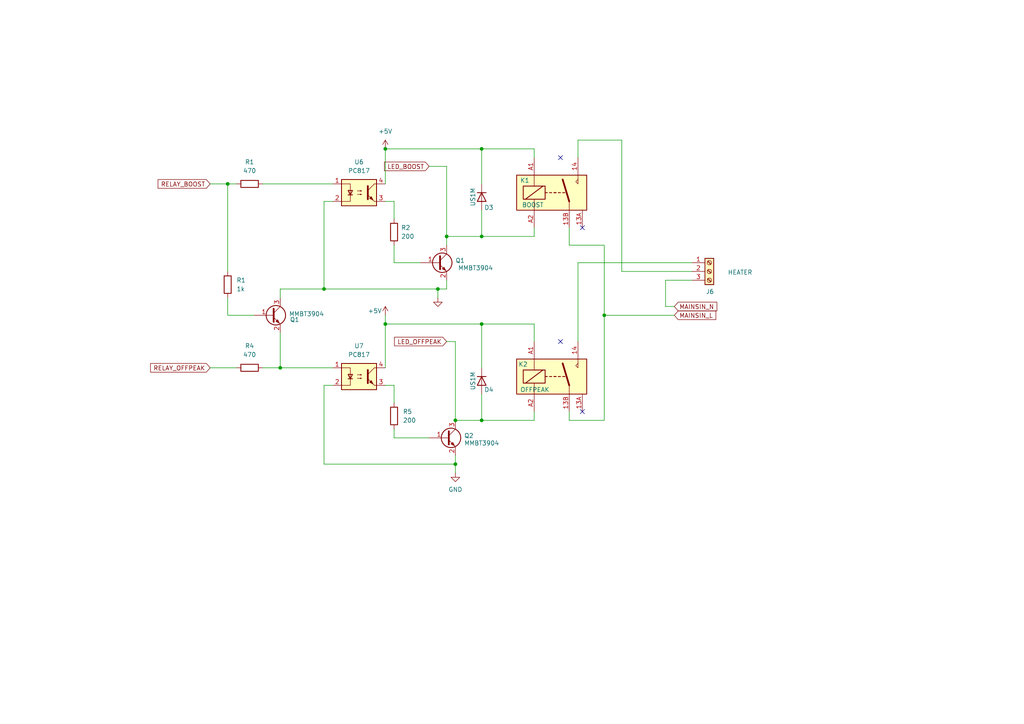
<source format=kicad_sch>
(kicad_sch (version 20230121) (generator eeschema)
  (paper "A4")
  (lib_symbols
    (symbol "Connector:Screw_Terminal_01x03" (pin_names (offset 1.016) hide)
      (property "Reference" "J" (at 0 5.08 0))
      (property "Value" "Screw_Terminal_01x03" (at 0 -5.08 0))
      (symbol "Screw_Terminal_01x03_1_1"
        (rectangle (start -1.27 3.81) (end 1.27 -3.81) (stroke (width 0.254)) (fill (type background)))
        (circle (center 0 -2.54) (radius 0.635) (stroke (width 0.1524)))
        (polyline (pts (xy -0.5334 -2.2098) (xy 0.3302 -3.048)) (stroke (width 0.1524)))
        (polyline (pts (xy -0.5334 0.3302) (xy 0.3302 -0.508)) (stroke (width 0.1524)))
        (polyline (pts (xy -0.5334 2.8702) (xy 0.3302 2.032)) (stroke (width 0.1524)))
        (polyline (pts (xy -0.3556 -2.032) (xy 0.508 -2.8702)) (stroke (width 0.1524)))
        (polyline (pts (xy -0.3556 0.508) (xy 0.508 -0.3302)) (stroke (width 0.1524)))
        (polyline (pts (xy -0.3556 3.048) (xy 0.508 2.2098)) (stroke (width 0.1524)))
        (circle (center 0 0) (radius 0.635) (stroke (width 0.1524)))
        (circle (center 0 2.54) (radius 0.635) (stroke (width 0.1524)))
        (pin passive line (at -5.08 2.54 0) (length 3.81) (name "Pin_1") (number "1"))
        (pin passive line (at -5.08 0 0) (length 3.81) (name "Pin_2") (number "2"))
        (pin passive line (at -5.08 -2.54 0) (length 3.81) (name "Pin_3") (number "3"))
      )
    )
    (symbol "Device:R" (pin_numbers hide) (pin_names (offset 0))
      (property "Reference" "R" (at 2.032 0 90))
      (property "Value" "R" (at 0 0 90))
      (symbol "R_0_1"
        (rectangle (start -1.016 -2.54) (end 1.016 2.54) (stroke (width 0.254)))
      )
      (symbol "R_1_1"
        (pin passive line (at 0 3.81 270) (length 1.27) (name "~") (number "1"))
        (pin passive line (at 0 -3.81 90) (length 1.27) (name "~") (number "2"))
      )
    )
    (symbol "Diode:US1M" (pin_numbers hide) (pin_names hide)
      (property "Reference" "D" (at 0 2.54 0))
      (property "Value" "US1M" (at 0 -2.54 0))
      (symbol "US1M_0_1"
        (polyline (pts (xy -1.27 1.27) (xy -1.27 -1.27)) (stroke (width 0.254)))
        (polyline (pts (xy 1.27 0) (xy -1.27 0)))
        (polyline (pts (xy 1.27 1.27) (xy 1.27 -1.27) (xy -1.27 0) (xy 1.27 1.27)) (stroke (width 0.254)))
      )
      (symbol "US1M_1_1"
        (pin passive line (at -3.81 0 0) (length 2.54) (name "K") (number "1"))
        (pin passive line (at 3.81 0 180) (length 2.54) (name "A") (number "2"))
      )
    )
    (symbol "Isolator:PC817" (pin_names (offset 1.016))
      (property "Reference" "U" (at -5.08 5.08 0))
      (property "Value" "PC817" (at 0 5.08 0))
      (symbol "PC817_0_1"
        (rectangle (start -5.08 3.81) (end 5.08 -3.81) (stroke (width 0.254)) (fill (type background)))
        (polyline (pts (xy -3.175 -0.635) (xy -1.905 -0.635)) (stroke (width 0.254)))
        (polyline (pts (xy 2.54 0.635) (xy 4.445 2.54)))
        (polyline (pts (xy 4.445 -2.54) (xy 2.54 -0.635)) (fill (type outline)))
        (polyline (pts (xy 4.445 -2.54) (xy 5.08 -2.54)))
        (polyline (pts (xy 4.445 2.54) (xy 5.08 2.54)))
        (polyline (pts (xy -5.08 2.54) (xy -2.54 2.54) (xy -2.54 -0.635)))
        (polyline (pts (xy -2.54 -0.635) (xy -2.54 -2.54) (xy -5.08 -2.54)))
        (polyline (pts (xy 2.54 1.905) (xy 2.54 -1.905) (xy 2.54 -1.905)) (stroke (width 0.508)))
        (polyline (pts (xy -2.54 -0.635) (xy -3.175 0.635) (xy -1.905 0.635) (xy -2.54 -0.635)) (stroke (width 0.254)))
        (polyline (pts (xy -0.508 -0.508) (xy 0.762 -0.508) (xy 0.381 -0.635) (xy 0.381 -0.381) (xy 0.762 -0.508)))
        (polyline (pts (xy -0.508 0.508) (xy 0.762 0.508) (xy 0.381 0.381) (xy 0.381 0.635) (xy 0.762 0.508)))
        (polyline (pts (xy 3.048 -1.651) (xy 3.556 -1.143) (xy 4.064 -2.159) (xy 3.048 -1.651) (xy 3.048 -1.651)) (fill (type outline)))
      )
      (symbol "PC817_1_1"
        (pin passive line (at -7.62 2.54 0) (length 2.54) (name "~") (number "1"))
        (pin passive line (at -7.62 -2.54 0) (length 2.54) (name "~") (number "2"))
        (pin passive line (at 7.62 -2.54 180) (length 2.54) (name "~") (number "3"))
        (pin passive line (at 7.62 2.54 180) (length 2.54) (name "~") (number "4"))
      )
    )
    (symbol "RAYEX-L90A_1"
      (property "Reference" "K2" (at -9.652 3.556 0))
      (property "Value" "HEATER-BOTTOM" (at -9.144 -3.81 0))
      (symbol "RAYEX-L90A_1_1_0"
        (polyline (pts (xy 7.62 3.81) (xy 7.62 5.08)))
        (polyline (pts (xy 7.62 3.81) (xy 7.62 2.54) (xy 6.985 3.175) (xy 7.62 3.81)))
      )
      (symbol "RAYEX-L90A_1_1_1"
        (rectangle (start -10.16 5.08) (end 10.16 -5.08) (stroke (width 0.254)) (fill (type background)))
        (rectangle (start -8.255 1.905) (end -1.905 -1.905) (stroke (width 0.254)))
        (polyline (pts (xy -7.62 -1.905) (xy -2.54 1.905)) (stroke (width 0.254)))
        (polyline (pts (xy -5.08 -5.08) (xy -5.08 -1.905)))
        (polyline (pts (xy -5.08 5.08) (xy -5.08 1.905)))
        (polyline (pts (xy -1.905 0) (xy -1.27 0)) (stroke (width 0.254)))
        (polyline (pts (xy -0.635 0) (xy 0 0)) (stroke (width 0.254)))
        (polyline (pts (xy 0.635 0) (xy 1.27 0)) (stroke (width 0.254)))
        (polyline (pts (xy 0.635 0) (xy 1.27 0)) (stroke (width 0.254)))
        (polyline (pts (xy 1.905 0) (xy 2.54 0)) (stroke (width 0.254)))
        (polyline (pts (xy 3.175 0) (xy 3.81 0)) (stroke (width 0.254)))
        (polyline (pts (xy 5.08 -2.54) (xy 3.175 3.81)) (stroke (width 0.508)))
        (polyline (pts (xy 5.08 -2.54) (xy 5.08 -5.08)))
        (pin passive line (at 8.89 -10.16 90) (length 5.08) (name "~") (number "13A"))
        (pin passive line (at 5.08 -10.16 90) (length 5.08) (name "~") (number "13B"))
        (pin passive line (at 7.62 10.16 270) (length 5.08) (name "~") (number "14"))
        (pin passive line (at -5.08 10.16 270) (length 5.08) (name "~") (number "A1"))
        (pin passive line (at -5.08 -10.16 90) (length 5.08) (name "~") (number "A2"))
      )
    )
    (symbol "Relay:RAYEX-L90A"
      (property "Reference" "K1" (at -9.144 3.556 0))
      (property "Value" "HEATER-TOP" (at -8.636 -3.556 0))
      (symbol "RAYEX-L90A_1_0"
        (polyline (pts (xy 7.62 3.81) (xy 7.62 5.08)))
        (polyline (pts (xy 7.62 3.81) (xy 7.62 2.54) (xy 6.985 3.175) (xy 7.62 3.81)))
      )
      (symbol "RAYEX-L90A_1_1"
        (rectangle (start -10.16 5.08) (end 10.16 -5.08) (stroke (width 0.254)) (fill (type background)))
        (rectangle (start -8.255 1.905) (end -1.905 -1.905) (stroke (width 0.254)))
        (polyline (pts (xy -7.62 -1.905) (xy -2.54 1.905)) (stroke (width 0.254)))
        (polyline (pts (xy -5.08 -5.08) (xy -5.08 -1.905)))
        (polyline (pts (xy -5.08 5.08) (xy -5.08 1.905)))
        (polyline (pts (xy -1.905 0) (xy -1.27 0)) (stroke (width 0.254)))
        (polyline (pts (xy -0.635 0) (xy 0 0)) (stroke (width 0.254)))
        (polyline (pts (xy 0.635 0) (xy 1.27 0)) (stroke (width 0.254)))
        (polyline (pts (xy 0.635 0) (xy 1.27 0)) (stroke (width 0.254)))
        (polyline (pts (xy 1.905 0) (xy 2.54 0)) (stroke (width 0.254)))
        (polyline (pts (xy 3.175 0) (xy 3.81 0)) (stroke (width 0.254)))
        (polyline (pts (xy 5.08 -2.54) (xy 3.175 3.81)) (stroke (width 0.508)))
        (polyline (pts (xy 5.08 -2.54) (xy 5.08 -5.08)))
        (pin passive line (at 8.89 -10.16 90) (length 5.08) (name "~") (number "13A"))
        (pin passive line (at 5.08 -10.16 90) (length 5.08) (name "~") (number "13B"))
        (pin passive line (at 7.62 10.16 270) (length 5.08) (name "~") (number "14"))
        (pin passive line (at -5.08 10.16 270) (length 5.08) (name "~") (number "A1"))
        (pin passive line (at -5.08 -10.16 90) (length 5.08) (name "~") (number "A2"))
      )
    )
    (symbol "Transistor_BJT:MMBT3904" (pin_names (offset 0) hide)
      (property "Reference" "Q" (at 5.08 1.905 0))
      (property "Value" "MMBT3904" (at 5.08 0 0))
      (symbol "MMBT3904_0_1"
        (polyline (pts (xy 0.635 0.635) (xy 2.54 2.54)))
        (polyline (pts (xy 0.635 -0.635) (xy 2.54 -2.54) (xy 2.54 -2.54)))
        (polyline (pts (xy 0.635 1.905) (xy 0.635 -1.905) (xy 0.635 -1.905)) (stroke (width 0.508)))
        (polyline (pts (xy 1.27 -1.778) (xy 1.778 -1.27) (xy 2.286 -2.286) (xy 1.27 -1.778) (xy 1.27 -1.778)) (fill (type outline)))
        (circle (center 1.27 0) (radius 2.8194) (stroke (width 0.254)))
      )
      (symbol "MMBT3904_1_1"
        (pin input line (at -5.08 0 0) (length 5.715) (name "B") (number "1"))
        (pin passive line (at 2.54 -5.08 90) (length 2.54) (name "E") (number "2"))
        (pin passive line (at 2.54 5.08 270) (length 2.54) (name "C") (number "3"))
      )
    )
    (symbol "power:+5V" (power) (pin_names (offset 0))
      (property "Value" "+5V" (at 0 3.556 0))
      (symbol "+5V_0_1"
        (polyline (pts (xy -0.762 1.27) (xy 0 2.54)))
        (polyline (pts (xy 0 0) (xy 0 2.54)))
        (polyline (pts (xy 0 2.54) (xy 0.762 1.27)))
      )
      (symbol "+5V_1_1"
        (pin power_in line (at 0 0 90) (length 0) hide (name "+5V") (number "1"))
      )
    )
    (symbol "power:GND" (power) (pin_names (offset 0))
      (property "Value" "GND" (at 0 -3.81 0))
      (symbol "GND_0_1"
        (polyline (pts (xy 0 0) (xy 0 -1.27) (xy 1.27 -1.27) (xy 0 -2.54) (xy -1.27 -1.27) (xy 0 -1.27)))
      )
      (symbol "GND_1_1"
        (pin power_in line (at 0 0 270) (length 0) hide (name "GND") (number "1"))
      )
    )
  )
  (junction (at 93.98 83.82))
  (junction (at 132.08 121.92))
  (junction (at 66.04 53.34))
  (junction (at 139.7 93.98))
  (junction (at 139.7 121.92))
  (junction (at 81.28 106.68))
  (junction (at 111.76 43.18))
  (junction (at 129.54 68.58))
  (junction (at 175.26 91.44))
  (junction (at 139.7 68.58))
  (junction (at 139.7 43.18))
  (junction (at 127 83.82))
  (junction (at 111.76 93.98))
  (junction (at 132.08 134.62))
  (no_connect (at 162.56 45.72))
  (no_connect (at 168.91 119.38))
  (no_connect (at 168.91 66.04))
  (no_connect (at 162.56 99.06))
  (wire (pts (xy 167.64 76.2) (xy 167.64 99.06)))
  (wire (pts (xy 60.96 53.34) (xy 66.04 53.34)))
  (wire (pts (xy 175.26 91.44) (xy 175.26 121.92)))
  (wire (pts (xy 165.1 71.12) (xy 175.26 71.12)))
  (wire (pts (xy 154.94 93.98) (xy 139.7 93.98)))
  (wire (pts (xy 167.64 40.64) (xy 180.34 40.64)))
  (wire (pts (xy 66.04 53.34) (xy 66.04 78.74)))
  (wire (pts (xy 111.76 43.18) (xy 111.76 53.34)))
  (wire (pts (xy 154.94 121.92) (xy 139.7 121.92)))
  (wire (pts (xy 96.52 111.76) (xy 93.98 111.76)))
  (wire (pts (xy 81.28 86.36) (xy 81.28 83.82)))
  (wire (pts (xy 81.28 106.68) (xy 96.52 106.68)))
  (wire (pts (xy 93.98 58.42) (xy 96.52 58.42)))
  (wire (pts (xy 129.54 68.58) (xy 139.7 68.58)))
  (wire (pts (xy 127 86.36) (xy 127 83.82)))
  (wire (pts (xy 195.58 88.9) (xy 193.04 88.9)))
  (wire (pts (xy 165.1 121.92) (xy 175.26 121.92)))
  (wire (pts (xy 132.08 121.92) (xy 139.7 121.92)))
  (wire (pts (xy 114.3 71.12) (xy 114.3 76.2)))
  (wire (pts (xy 66.04 53.34) (xy 68.58 53.34)))
  (wire (pts (xy 165.1 66.04) (xy 165.1 71.12)))
  (wire (pts (xy 111.76 43.18) (xy 139.7 43.18)))
  (wire (pts (xy 154.94 99.06) (xy 154.94 93.98)))
  (wire (pts (xy 195.58 91.44) (xy 175.26 91.44)))
  (wire (pts (xy 139.7 60.96) (xy 139.7 68.58)))
  (wire (pts (xy 139.7 93.98) (xy 139.7 106.68)))
  (wire (pts (xy 139.7 43.18) (xy 154.94 43.18)))
  (wire (pts (xy 200.66 81.28) (xy 193.04 81.28)))
  (wire (pts (xy 132.08 132.08) (xy 132.08 134.62)))
  (wire (pts (xy 129.54 68.58) (xy 129.54 71.12)))
  (wire (pts (xy 129.54 48.26) (xy 129.54 68.58)))
  (wire (pts (xy 132.08 134.62) (xy 132.08 137.16)))
  (wire (pts (xy 154.94 121.92) (xy 154.94 119.38)))
  (wire (pts (xy 111.76 58.42) (xy 114.3 58.42)))
  (wire (pts (xy 93.98 83.82) (xy 127 83.82)))
  (wire (pts (xy 167.64 76.2) (xy 200.66 76.2)))
  (wire (pts (xy 154.94 68.58) (xy 154.94 66.04)))
  (wire (pts (xy 165.1 119.38) (xy 165.1 121.92)))
  (wire (pts (xy 132.08 99.06) (xy 132.08 121.92)))
  (wire (pts (xy 111.76 93.98) (xy 111.76 106.68)))
  (wire (pts (xy 139.7 68.58) (xy 154.94 68.58)))
  (wire (pts (xy 139.7 43.18) (xy 139.7 53.34)))
  (wire (pts (xy 180.34 40.64) (xy 180.34 78.74)))
  (wire (pts (xy 76.2 106.68) (xy 81.28 106.68)))
  (wire (pts (xy 129.54 83.82) (xy 127 83.82)))
  (wire (pts (xy 154.94 43.18) (xy 154.94 45.72)))
  (wire (pts (xy 111.76 91.44) (xy 111.76 93.98)))
  (wire (pts (xy 114.3 124.46) (xy 114.3 127)))
  (wire (pts (xy 180.34 78.74) (xy 200.66 78.74)))
  (wire (pts (xy 114.3 58.42) (xy 114.3 63.5)))
  (wire (pts (xy 129.54 81.28) (xy 129.54 83.82)))
  (wire (pts (xy 66.04 91.44) (xy 66.04 86.36)))
  (wire (pts (xy 114.3 127) (xy 124.46 127)))
  (wire (pts (xy 175.26 71.12) (xy 175.26 91.44)))
  (wire (pts (xy 111.76 111.76) (xy 114.3 111.76)))
  (wire (pts (xy 167.64 45.72) (xy 167.64 40.64)))
  (wire (pts (xy 93.98 111.76) (xy 93.98 134.62)))
  (wire (pts (xy 81.28 83.82) (xy 93.98 83.82)))
  (wire (pts (xy 93.98 134.62) (xy 132.08 134.62)))
  (wire (pts (xy 193.04 81.28) (xy 193.04 88.9)))
  (wire (pts (xy 111.76 93.98) (xy 139.7 93.98)))
  (wire (pts (xy 60.96 106.68) (xy 68.58 106.68)))
  (wire (pts (xy 76.2 53.34) (xy 96.52 53.34)))
  (wire (pts (xy 139.7 114.3) (xy 139.7 121.92)))
  (wire (pts (xy 124.46 48.26) (xy 129.54 48.26)))
  (wire (pts (xy 73.66 91.44) (xy 66.04 91.44)))
  (wire (pts (xy 114.3 76.2) (xy 121.92 76.2)))
  (wire (pts (xy 81.28 96.52) (xy 81.28 106.68)))
  (wire (pts (xy 129.54 99.06) (xy 132.08 99.06)))
  (wire (pts (xy 93.98 58.42) (xy 93.98 83.82)))
  (wire (pts (xy 114.3 111.76) (xy 114.3 116.84)))
  (global_label "RELAY_BOOST" (shape input) (at 60.96 53.34 180) (property "Intersheetrefs" "${INTERSHEET_REFS}" (effects hide)))
  (global_label "LED_OFFPEAK" (shape input) (at 129.54 99.06 180) (property "Intersheetrefs" "${INTERSHEET_REFS}" (effects hide)))
  (global_label "LED_BOOST" (shape input) (at 124.46 48.26 180) (property "Intersheetrefs" "${INTERSHEET_REFS}" (effects hide)))
  (global_label "RELAY_OFFPEAK" (shape input) (at 60.96 106.68 180) (property "Intersheetrefs" "${INTERSHEET_REFS}" (effects hide)))
  (global_label "MAINSIN_L" (shape input) (at 195.58 91.44 0) (property "Intersheetrefs" "${INTERSHEET_REFS}" (effects hide)))
  (global_label "MAINSIN_N" (shape input) (at 195.58 88.9 0) (property "Intersheetrefs" "${INTERSHEET_REFS}" (effects hide)))
  (symbol (lib_id "power:+5V") (at 111.76 43.18 0) (unit 1)
    (property "Reference" "#PWR07" (effects hide))
    (property "Value" "+5V" (at 111.76 38.1 0))
  )
  (symbol (lib_id "Device:R") (at 72.39 53.34 270) (unit 1)
    (property "Reference" "R1" (at 72.39 46.99 90))
    (property "Value" "470" (at 72.39 49.53 90))
    (property "Footprint" "Resistor_SMD:R_0805_2012Metric" (effects hide))
  )
  (symbol (lib_id "Diode:US1M") (at 139.7 57.15 270) (unit 1)
    (property "Reference" "D3" (at 140.462 60.198 90) (effects (justify left)))
    (property "Value" "US1M" (at 137.16 57.15 0))
    (property "Footprint" "Diode_SMD:D_SMA" (effects hide))
    (property "Datasheet" "https://www.diodes.com/assets/Datasheets/ds16008.pdf" (effects hide))
    (property "Sim.Device" "D" (effects hide))
    (property "Sim.Pins" "1=K 2=A" (effects hide))
    (instances (project "power_board" (path "" (reference "D3") (unit 1)) (path "" (reference "D1") (unit 1))))
  )
  (symbol (lib_id "Device:R") (at 72.39 106.68 270) (unit 1)
    (property "Reference" "R4" (at 72.39 100.33 90))
    (property "Value" "470" (at 72.39 102.87 90))
    (property "Footprint" "Resistor_SMD:R_0805_2012Metric" (effects hide))
    (instances (project "power_board" (path "" (reference "R4") (unit 1)) (path "" (reference "R5") (unit 1))))
  )
  (symbol (lib_id "power:+5V") (at 111.76 91.44 0) (unit 1)
    (property "Reference" "#PWR08" (effects hide))
    (property "Value" "+5V" (at 108.712 90.17 0))
  )
  (symbol (lib_id "Isolator:PC817") (at 104.14 55.88 0) (unit 1)
    (property "Reference" "U6" (at 104.14 46.99 0))
    (property "Value" "PC817" (at 104.14 49.53 0))
    (property "Footprint" "PC817XI:SOIC254P975X460-4N" (effects hide))
    (property "Datasheet" "http://www.soselectronic.cz/a_info/resource/d/pc817.pdf" (effects hide))
    (instances (project "power_board" (path "" (reference "U6") (unit 1)) (path "" (reference "U1") (unit 1))))
  )
  (symbol (lib_id "power:GND") (at 132.08 137.16 0) (unit 1)
    (property "Reference" "#PWR04" (effects hide))
    (property "Value" "GND" (at 132.08 141.986 0))
    (instances (project "power_board" (path "" (reference "#PWR04") (unit 1)) (path "" (reference "#PWR011") (unit 1))))
  )
  (symbol (lib_id "Diode:US1M") (at 139.7 110.49 270) (unit 1)
    (property "Reference" "D4" (at 140.462 113.03 90) (effects (justify left)))
    (property "Value" "US1M" (at 137.16 110.49 0))
    (property "Footprint" "Diode_SMD:D_SMA" (effects hide))
    (property "Datasheet" "https://www.diodes.com/assets/Datasheets/ds16008.pdf" (effects hide))
    (property "Sim.Device" "D" (effects hide))
    (property "Sim.Pins" "1=K 2=A" (effects hide))
    (instances (project "power_board" (path "" (reference "D4") (unit 1)) (path "" (reference "D2") (unit 1))))
  )
  (symbol (lib_id "Relay:RAYEX-L90A") (at 160.02 55.88 0) (unit 1)
    (property "Reference" "K1" (at 150.876 52.324 0) (effects (justify left)))
    (property "Value" "BOOST" (at 151.384 59.436 0) (effects (justify left)))
    (property "Footprint" "Relay_THT:Relay_SPST_RAYEX-L90A" (effects hide))
    (property "Datasheet" "https://a3.sofastcdn.com/attachment/7jioKBjnRiiSrjrjknRiwS77gwbf3zmp/L90-SERIES.pdf" (effects hide))
  )
  (symbol (lib_id "Device:R") (at 66.04 82.55 0) (unit 1)
    (property "Reference" "R1" (at 68.58 81.28 0) (effects (justify left)))
    (property "Value" "1k" (at 68.58 83.82 0) (effects (justify left)))
    (property "Footprint" "Resistor_SMD:R_0805_2012Metric" (effects hide))
    (instances (project "power_board" (path "" (reference "R1") (unit 1)) (path "" (reference "R2") (unit 1))))
  )
  (symbol (lib_id "Connector:Screw_Terminal_01x03") (at 205.74 78.74 0) (unit 1)
    (property "Reference" "J6" (at 204.724 84.582 0) (effects (justify left)))
    (property "Value" "HEATER" (at 211.074 78.994 0) (effects (justify left)))
    (property "Footprint" "TerminalBlock2:HB9500-9.5-3P" (effects hide))
    (instances (project "power_board" (path "" (reference "J6") (unit 1)) (path "" (reference "J8") (unit 1))))
  )
  (symbol (lib_id "Transistor_BJT:MMBT3904") (at 127 76.2 0) (unit 1)
    (property "Reference" "Q1" (at 132.08 75.565 0) (effects (justify left)))
    (property "Value" "MMBT3904" (at 132.842 77.724 0) (effects (justify left)))
    (property "Footprint" "Package_TO_SOT_SMD:SOT-23" (effects hide))
    (property "Datasheet" "https://www.onsemi.com/pdf/datasheet/pzt3904-d.pdf" (effects hide))
    (instances (project "power_board" (path "" (reference "Q1") (unit 1)) (path "" (reference "Q2") (unit 1))))
  )
  (symbol (lib_id "Isolator:PC817") (at 104.14 109.22 0) (unit 1)
    (property "Reference" "U7" (at 104.14 100.33 0))
    (property "Value" "PC817" (at 104.14 102.87 0))
    (property "Footprint" "PC817XI:SOIC254P975X460-4N" (effects hide))
    (property "Datasheet" "http://www.soselectronic.cz/a_info/resource/d/pc817.pdf" (effects hide))
    (instances (project "power_board" (path "" (reference "U7") (unit 1)) (path "" (reference "U2") (unit 1))))
  )
  (symbol (lib_name "RAYEX-L90A_1") (lib_id "Relay:RAYEX-L90A") (at 160.02 109.22 0) (unit 1)
    (property "Reference" "K2" (at 150.368 105.664 0) (effects (justify left)))
    (property "Value" "OFFPEAK" (at 150.876 113.03 0) (effects (justify left)))
    (property "Footprint" "Relay_THT:Relay_SPST_RAYEX-L90A" (effects hide))
    (property "Datasheet" "https://a3.sofastcdn.com/attachment/7jioKBjnRiiSrjrjknRiwS77gwbf3zmp/L90-SERIES.pdf" (effects hide))
  )
  (symbol (lib_id "Transistor_BJT:MMBT3904") (at 129.54 127 0) (unit 1)
    (property "Reference" "Q2" (at 134.62 126.365 0) (effects (justify left)))
    (property "Value" "MMBT3904" (at 134.62 128.524 0) (effects (justify left)))
    (property "Footprint" "Package_TO_SOT_SMD:SOT-23" (effects hide))
    (property "Datasheet" "https://www.onsemi.com/pdf/datasheet/pzt3904-d.pdf" (effects hide))
    (instances (project "power_board" (path "" (reference "Q2") (unit 1)) (path "" (reference "Q3") (unit 1))))
  )
  (symbol (lib_id "Device:R") (at 114.3 67.31 0) (unit 1)
    (property "Reference" "R2" (at 116.332 66.04 0) (effects (justify left)))
    (property "Value" "200" (at 116.332 68.58 0) (effects (justify left)))
    (property "Footprint" "Resistor_SMD:R_0805_2012Metric" (effects hide))
    (instances (project "power_board" (path "" (reference "R2") (unit 1)) (path "" (reference "R3") (unit 1))))
  )
  (symbol (lib_id "Transistor_BJT:MMBT3904") (at 78.74 91.44 0) (unit 1)
    (property "Reference" "Q1" (at 84.074 92.71 0) (effects (justify left)))
    (property "Value" "MMBT3904" (at 83.82 91.059 0) (effects (justify left)))
    (property "Footprint" "Package_TO_SOT_SMD:SOT-23" (effects hide))
    (property "Datasheet" "https://www.onsemi.com/pdf/datasheet/pzt3904-d.pdf" (effects hide))
  )
  (symbol (lib_id "Device:R") (at 114.3 120.65 0) (unit 1)
    (property "Reference" "R5" (at 116.84 119.38 0) (effects (justify left)))
    (property "Value" "200" (at 116.84 121.92 0) (effects (justify left)))
    (property "Footprint" "Resistor_SMD:R_0805_2012Metric" (effects hide))
    (instances (project "power_board" (path "" (reference "R5") (unit 1)) (path "" (reference "R6") (unit 1))))
  )
  (symbol (lib_id "power:GND") (at 127 86.36 0) (unit 1)
    (property "Reference" "#PWR06" (effects hide))
    (property "Value" "GND" (effects hide))
  )
)
</source>
